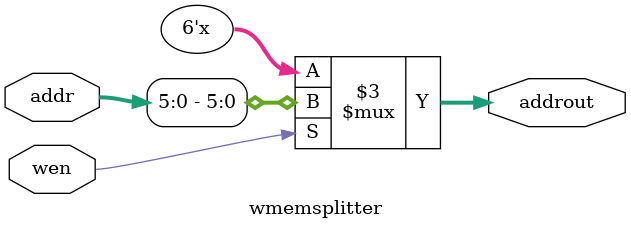
<source format=v>
`timescale 1ns / 1ps


module wmemsplitter(input wen, input[63:0]addr, output reg [5:0]addrout);
    
    always @*
    begin
        if (wen)
        begin
            addrout[5:0] = addr[5:0];
        end else begin
            addrout[5:0] = 6'bxxxxxx;
        end
    end
endmodule

</source>
